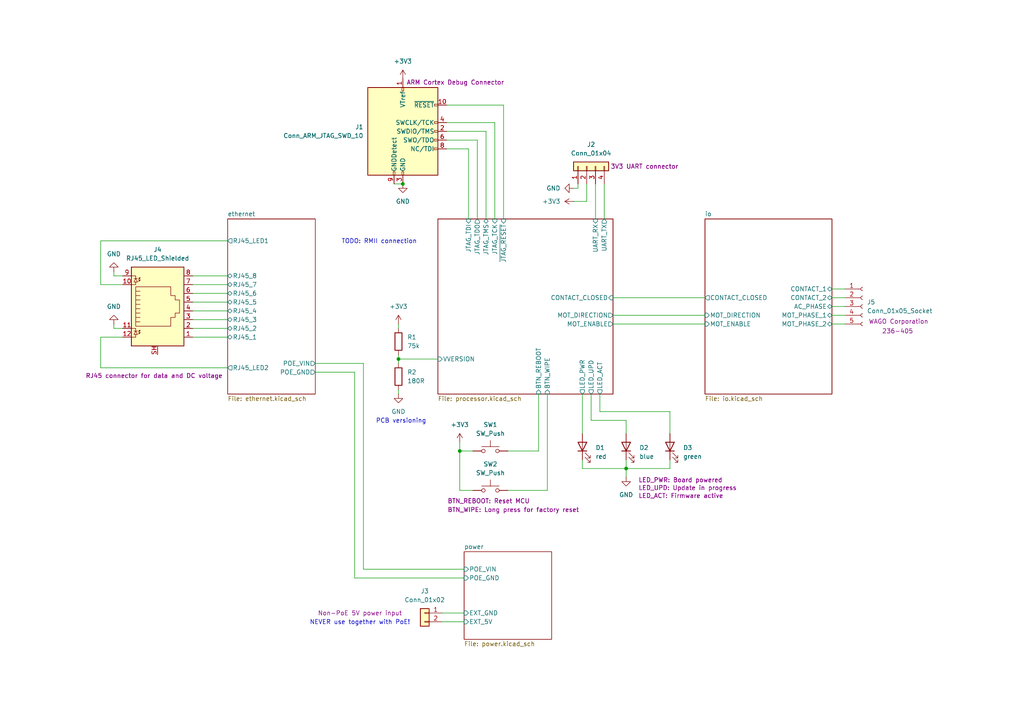
<source format=kicad_sch>
(kicad_sch (version 20250114) (generator "eeschema") (generator_version "9.0")
  (paper "A4")
  (title_block (title "iot-contact"))
  (lib_symbols
    (symbol "Connector:Conn_01x05_Socket" (pin_names (offset 1.016) (hide yes))
      (property "Reference" "J" (at 0 7.62 0))
      (property "Value" "Conn_01x05_Socket" (at 0 -7.62 0))
      (symbol "Conn_01x05_Socket_1_1"
        (polyline (pts (xy -1.27 5.08) (xy -0.508 5.08)) (stroke (width 0.1524)))
        (polyline (pts (xy -1.27 2.54) (xy -0.508 2.54)) (stroke (width 0.1524)))
        (polyline (pts (xy -1.27 0) (xy -0.508 0)) (stroke (width 0.1524)))
        (polyline (pts (xy -1.27 -2.54) (xy -0.508 -2.54)) (stroke (width 0.1524)))
        (polyline (pts (xy -1.27 -5.08) (xy -0.508 -5.08)) (stroke (width 0.1524)))
        (arc (start 0 4.572) (mid -0.5058 5.08) (end 0 5.588) (stroke (width 0.1524)))
        (arc (start 0 2.032) (mid -0.5058 2.54) (end 0 3.048) (stroke (width 0.1524)))
        (arc (start 0 -0.508) (mid -0.5058 0) (end 0 0.508) (stroke (width 0.1524)))
        (arc (start 0 -3.048) (mid -0.5058 -2.54) (end 0 -2.032) (stroke (width 0.1524)))
        (arc (start 0 -5.588) (mid -0.5058 -5.08) (end 0 -4.572) (stroke (width 0.1524)))
        (pin passive line (at -5.08 5.08 0) (length 3.81) (name "Pin_1") (number "1"))
        (pin passive line (at -5.08 2.54 0) (length 3.81) (name "Pin_2") (number "2"))
        (pin passive line (at -5.08 0 0) (length 3.81) (name "Pin_3") (number "3"))
        (pin passive line (at -5.08 -2.54 0) (length 3.81) (name "Pin_4") (number "4"))
        (pin passive line (at -5.08 -5.08 0) (length 3.81) (name "Pin_5") (number "5"))
      )
    )
    (symbol "Connector:Conn_ARM_JTAG_SWD_10" (pin_names (offset 1.016))
      (property "Reference" "J" (at -2.54 16.51 0))
      (property "Value" "Conn_ARM_JTAG_SWD_10" (at -2.54 13.97 0))
      (symbol "Conn_ARM_JTAG_SWD_10_0_1"
        (rectangle (start -10.16 12.7) (end 10.16 -12.7) (stroke (width 0.254)) (fill (type background)))
        (rectangle (start -2.794 -12.7) (end -2.286 -11.684))
        (rectangle (start -0.254 12.7) (end 0.254 11.684))
        (rectangle (start -0.254 -12.7) (end 0.254 -11.684))
        (rectangle (start 9.144 2.286) (end 10.16 2.794))
        (rectangle (start 10.16 7.874) (end 9.144 7.366))
        (rectangle (start 10.16 -0.254) (end 9.144 0.254))
        (rectangle (start 10.16 -2.794) (end 9.144 -2.286))
      )
      (symbol "Conn_ARM_JTAG_SWD_10_1_1"
        (rectangle (start 9.144 -5.334) (end 10.16 -4.826))
        (pin no_connect line (at -10.16 0 0) (length 2.54) (hide yes) (name "KEY") (number "7"))
        (pin passive line (at -2.54 -15.24 90) (length 2.54) (name "GNDDetect") (number "9"))
        (pin power_in line (at 0 15.24 270) (length 2.54) (name "VTref") (number "1"))
        (pin power_in line (at 0 -15.24 90) (length 2.54) (name "GND") (number "3"))
        (pin passive line (at 0 -15.24 90) (length 2.54) (hide yes) (name "GND") (number "5"))
        (pin open_collector line (at 12.7 7.62 180) (length 2.54) (name "~{RESET}") (number "10"))
        (pin output line (at 12.7 2.54 180) (length 2.54) (name "SWCLK/TCK") (number "4"))
        (pin bidirectional line (at 12.7 0 180) (length 2.54) (name "SWDIO/TMS") (number "2"))
        (pin input line (at 12.7 -2.54 180) (length 2.54) (name "SWO/TDO") (number "6"))
        (pin output line (at 12.7 -5.08 180) (length 2.54) (name "NC/TDI") (number "8"))
      )
    )
    (symbol "Connector:RJ45_LED_Shielded" (pin_names (offset 1.016))
      (property "Reference" "J" (at -5.08 13.97 0))
      (property "Value" "RJ45_LED_Shielded" (at 1.27 13.97 0))
      (symbol "RJ45_LED_Shielded_0_1"
        (polyline (pts (xy -7.62 10.16) (xy -6.35 10.16)))
        (polyline (pts (xy -7.62 7.62) (xy -6.35 7.62)))
        (polyline (pts (xy -7.62 -5.08) (xy -6.35 -5.08)))
        (polyline (pts (xy -7.62 -7.62) (xy -6.35 -7.62)))
        (polyline (pts (xy -6.858 9.398) (xy -5.842 9.398)))
        (polyline (pts (xy -6.858 -5.842) (xy -5.842 -5.842)))
        (polyline (pts (xy -6.35 10.16) (xy -6.35 9.398)))
        (polyline (pts (xy -6.35 9.398) (xy -6.858 8.382) (xy -5.842 8.382) (xy -6.35 9.398)))
        (polyline (pts (xy -6.35 7.62) (xy -6.35 8.382)))
        (polyline (pts (xy -6.35 1.905) (xy -5.08 1.905) (xy -5.08 1.905)))
        (polyline (pts (xy -6.35 0.635) (xy -5.08 0.635) (xy -5.08 0.635)))
        (polyline (pts (xy -6.35 -0.635) (xy -5.08 -0.635) (xy -5.08 -0.635)))
        (polyline (pts (xy -6.35 -1.905) (xy -5.08 -1.905) (xy -5.08 -1.905)))
        (polyline (pts (xy -6.35 -3.175) (xy -5.08 -3.175) (xy -5.08 -3.175)))
        (polyline (pts (xy -6.35 -4.445) (xy -6.35 6.985) (xy 3.81 6.985) (xy 3.81 4.445) (xy 5.08 4.445) (xy 5.08 3.175) (xy 6.35 3.175) (xy 6.35 -0.635) (xy 5.08 -0.635) (xy 5.08 -1.905) (xy 3.81 -1.905) (xy 3.81 -4.445) (xy -6.35 -4.445) (xy -6.35 -4.445)))
        (polyline (pts (xy -6.35 -5.08) (xy -6.35 -5.842)))
        (polyline (pts (xy -6.35 -5.842) (xy -6.858 -6.858) (xy -5.842 -6.858) (xy -6.35 -5.842)))
        (polyline (pts (xy -6.35 -7.62) (xy -6.35 -6.858)))
        (polyline (pts (xy -5.588 9.144) (xy -5.08 9.652) (xy -5.461 9.525)))
        (polyline (pts (xy -5.588 8.509) (xy -5.08 9.017) (xy -5.461 8.89)))
        (polyline (pts (xy -5.588 -6.096) (xy -5.08 -5.588) (xy -5.461 -5.715)))
        (polyline (pts (xy -5.588 -6.731) (xy -5.08 -6.223) (xy -5.461 -6.35)))
        (polyline (pts (xy -5.08 9.652) (xy -5.207 9.271)))
        (polyline (pts (xy -5.08 9.017) (xy -5.207 8.636)))
        (polyline (pts (xy -5.08 5.715) (xy -6.35 5.715)))
        (polyline (pts (xy -5.08 4.445) (xy -6.35 4.445)))
        (polyline (pts (xy -5.08 3.175) (xy -6.35 3.175) (xy -6.35 3.175)))
        (polyline (pts (xy -5.08 -5.588) (xy -5.207 -5.969)))
        (polyline (pts (xy -5.08 -6.223) (xy -5.207 -6.604)))
        (rectangle (start 7.62 12.7) (end -7.62 -10.16) (stroke (width 0.254)) (fill (type background)))
      )
      (symbol "RJ45_LED_Shielded_1_1"
        (pin passive line (at -10.16 10.16 0) (length 2.54) (name "~") (number "9"))
        (pin passive line (at -10.16 7.62 0) (length 2.54) (name "~") (number "10"))
        (pin passive line (at -10.16 -5.08 0) (length 2.54) (name "~") (number "11"))
        (pin passive line (at -10.16 -7.62 0) (length 2.54) (name "~") (number "12"))
        (pin passive line (at 0 -12.7 90) (length 2.54) (name "~") (number "SH"))
        (pin passive line (at 10.16 10.16 180) (length 2.54) (name "~") (number "8"))
        (pin passive line (at 10.16 7.62 180) (length 2.54) (name "~") (number "7"))
        (pin passive line (at 10.16 5.08 180) (length 2.54) (name "~") (number "6"))
        (pin passive line (at 10.16 2.54 180) (length 2.54) (name "~") (number "5"))
        (pin passive line (at 10.16 0 180) (length 2.54) (name "~") (number "4"))
        (pin passive line (at 10.16 -2.54 180) (length 2.54) (name "~") (number "3"))
        (pin passive line (at 10.16 -5.08 180) (length 2.54) (name "~") (number "2"))
        (pin passive line (at 10.16 -7.62 180) (length 2.54) (name "~") (number "1"))
      )
    )
    (symbol "Connector_Generic:Conn_01x02" (pin_names (offset 1.016) (hide yes))
      (property "Reference" "J" (at 0 2.54 0))
      (property "Value" "Conn_01x02" (at 0 -5.08 0))
      (symbol "Conn_01x02_1_1"
        (rectangle (start -1.27 1.27) (end 1.27 -3.81) (stroke (width 0.254)) (fill (type background)))
        (rectangle (start -1.27 0.127) (end 0 -0.127) (stroke (width 0.1524)))
        (rectangle (start -1.27 -2.413) (end 0 -2.667) (stroke (width 0.1524)))
        (pin passive line (at -5.08 0 0) (length 3.81) (name "Pin_1") (number "1"))
        (pin passive line (at -5.08 -2.54 0) (length 3.81) (name "Pin_2") (number "2"))
      )
    )
    (symbol "Connector_Generic:Conn_01x04" (pin_names (offset 1.016) (hide yes))
      (property "Reference" "J" (at 0 5.08 0))
      (property "Value" "Conn_01x04" (at 0 -7.62 0))
      (symbol "Conn_01x04_1_1"
        (rectangle (start -1.27 3.81) (end 1.27 -6.35) (stroke (width 0.254)) (fill (type background)))
        (rectangle (start -1.27 2.667) (end 0 2.413) (stroke (width 0.1524)))
        (rectangle (start -1.27 0.127) (end 0 -0.127) (stroke (width 0.1524)))
        (rectangle (start -1.27 -2.413) (end 0 -2.667) (stroke (width 0.1524)))
        (rectangle (start -1.27 -4.953) (end 0 -5.207) (stroke (width 0.1524)))
        (pin passive line (at -5.08 2.54 0) (length 3.81) (name "Pin_1") (number "1"))
        (pin passive line (at -5.08 0 0) (length 3.81) (name "Pin_2") (number "2"))
        (pin passive line (at -5.08 -2.54 0) (length 3.81) (name "Pin_3") (number "3"))
        (pin passive line (at -5.08 -5.08 0) (length 3.81) (name "Pin_4") (number "4"))
      )
    )
    (symbol "Device:LED" (pin_numbers (hide yes)) (pin_names (offset 1.016) (hide yes))
      (property "Reference" "D" (at 0 2.54 0))
      (property "Value" "LED" (at 0 -2.54 0))
      (symbol "LED_0_1"
        (polyline (pts (xy -3.048 -0.762) (xy -4.572 -2.286) (xy -3.81 -2.286) (xy -4.572 -2.286) (xy -4.572 -1.524)))
        (polyline (pts (xy -1.778 -0.762) (xy -3.302 -2.286) (xy -2.54 -2.286) (xy -3.302 -2.286) (xy -3.302 -1.524)))
        (polyline (pts (xy -1.27 0) (xy 1.27 0)))
        (polyline (pts (xy -1.27 -1.27) (xy -1.27 1.27)) (stroke (width 0.254)))
        (polyline (pts (xy 1.27 -1.27) (xy 1.27 1.27) (xy -1.27 0) (xy 1.27 -1.27)) (stroke (width 0.254)))
      )
      (symbol "LED_1_1"
        (pin passive line (at -3.81 0 0) (length 2.54) (name "K") (number "1"))
        (pin passive line (at 3.81 0 180) (length 2.54) (name "A") (number "2"))
      )
    )
    (symbol "Device:R" (pin_numbers (hide yes)) (pin_names (offset 0))
      (property "Reference" "R" (at 2.032 0 90))
      (property "Value" "R" (at 0 0 90))
      (symbol "R_0_1"
        (rectangle (start -1.016 -2.54) (end 1.016 2.54) (stroke (width 0.254)))
      )
      (symbol "R_1_1"
        (pin passive line (at 0 3.81 270) (length 1.27) (name "~") (number "1"))
        (pin passive line (at 0 -3.81 90) (length 1.27) (name "~") (number "2"))
      )
    )
    (symbol "Switch:SW_Push" (pin_numbers (hide yes)) (pin_names (offset 1.016) (hide yes))
      (property "Reference" "SW" (at 1.27 2.54 0))
      (property "Value" "SW_Push" (at 0 -1.524 0))
      (symbol "SW_Push_0_1"
        (circle (center -2.032 0) (radius 0.508))
        (polyline (pts (xy 0 1.27) (xy 0 3.048)))
        (circle (center 2.032 0) (radius 0.508))
        (polyline (pts (xy 2.54 1.27) (xy -2.54 1.27)))
        (pin passive line (at -5.08 0 0) (length 2.54) (name "1") (number "1"))
        (pin passive line (at 5.08 0 180) (length 2.54) (name "2") (number "2"))
      )
    )
    (symbol "power:+3V3" (power) (pin_numbers (hide yes)) (pin_names (offset 0) (hide yes))
      (property "Value" "+3V3" (at 0 3.556 0))
      (symbol "+3V3_0_1"
        (polyline (pts (xy -0.762 1.27) (xy 0 2.54)))
        (polyline (pts (xy 0 2.54) (xy 0.762 1.27)))
        (polyline (pts (xy 0 0) (xy 0 2.54)))
      )
      (symbol "+3V3_1_1"
        (pin power_in line (at 0 0 90) (length 0) (name "~") (number "1"))
      )
    )
    (symbol "power:GND" (power) (pin_numbers (hide yes)) (pin_names (offset 0) (hide yes))
      (property "Value" "GND" (at 0 -3.81 0))
      (symbol "GND_0_1"
        (polyline (pts (xy 0 0) (xy 0 -1.27) (xy 1.27 -1.27) (xy 0 -2.54) (xy -1.27 -1.27) (xy 0 -1.27)))
      )
      (symbol "GND_1_1"
        (pin power_in line (at 0 0 270) (length 0) (name "~") (number "1"))
      )
    )
  )
  (text "NEVER use together with PoE!" (at 104.394 180.594 0) (effects (font (size 1.27 1.27))))
  (text "PCB versioning" (at 116.332 122.174 0) (effects (font (size 1.27 1.27))))
  (text "TODO: RMII connection" (at 109.982 70.104 0) (effects (font (size 1.27 1.27))))
  (junction (at 181.61 135.89))
  (junction (at 133.35 130.81))
  (junction (at 115.57 104.14))
  (junction (at 116.84 53.34))
  (wire (pts (xy 181.61 135.89) (xy 181.61 138.43)))
  (wire (pts (xy 138.43 40.64) (xy 138.43 63.5)))
  (wire (pts (xy 241.3 93.98) (xy 245.11 93.98)))
  (wire (pts (xy 29.21 82.55) (xy 35.56 82.55)))
  (wire (pts (xy 181.61 133.35) (xy 181.61 135.89)))
  (wire (pts (xy 115.57 102.87) (xy 115.57 104.14)))
  (wire (pts (xy 55.88 80.01) (xy 66.04 80.01)))
  (wire (pts (xy 33.02 80.01) (xy 35.56 80.01)))
  (wire (pts (xy 105.41 165.1) (xy 134.62 165.1)))
  (wire (pts (xy 170.18 58.42) (xy 166.37 58.42)))
  (wire (pts (xy 102.87 107.95) (xy 102.87 167.64)))
  (wire (pts (xy 105.41 105.41) (xy 105.41 165.1)))
  (wire (pts (xy 129.54 35.56) (xy 143.51 35.56)))
  (wire (pts (xy 181.61 121.92) (xy 181.61 125.73)))
  (wire (pts (xy 177.8 86.36) (xy 204.47 86.36)))
  (wire (pts (xy 129.54 30.48) (xy 146.05 30.48)))
  (wire (pts (xy 146.05 30.48) (xy 146.05 63.5)))
  (wire (pts (xy 156.21 114.3) (xy 156.21 130.81)))
  (wire (pts (xy 133.35 130.81) (xy 133.35 142.24)))
  (wire (pts (xy 158.75 114.3) (xy 158.75 142.24)))
  (wire (pts (xy 55.88 85.09) (xy 66.04 85.09)))
  (wire (pts (xy 168.91 135.89) (xy 181.61 135.89)))
  (wire (pts (xy 33.02 93.98) (xy 33.02 95.25)))
  (wire (pts (xy 241.3 91.44) (xy 245.11 91.44)))
  (wire (pts (xy 114.3 53.34) (xy 116.84 53.34)))
  (wire (pts (xy 168.91 114.3) (xy 168.91 125.73)))
  (wire (pts (xy 173.99 114.3) (xy 173.99 119.38)))
  (wire (pts (xy 129.54 40.64) (xy 138.43 40.64)))
  (wire (pts (xy 137.16 142.24) (xy 133.35 142.24)))
  (wire (pts (xy 166.37 54.61) (xy 167.64 54.61)))
  (wire (pts (xy 115.57 104.14) (xy 115.57 105.41)))
  (wire (pts (xy 241.3 83.82) (xy 245.11 83.82)))
  (wire (pts (xy 115.57 104.14) (xy 127 104.14)))
  (wire (pts (xy 115.57 113.03) (xy 115.57 114.3)))
  (wire (pts (xy 170.18 53.34) (xy 170.18 58.42)))
  (wire (pts (xy 241.3 86.36) (xy 245.11 86.36)))
  (wire (pts (xy 91.44 107.95) (xy 102.87 107.95)))
  (wire (pts (xy 133.35 130.81) (xy 133.35 128.27)))
  (wire (pts (xy 129.54 43.18) (xy 135.89 43.18)))
  (wire (pts (xy 55.88 82.55) (xy 66.04 82.55)))
  (wire (pts (xy 241.3 88.9) (xy 245.11 88.9)))
  (wire (pts (xy 115.57 93.98) (xy 115.57 95.25)))
  (wire (pts (xy 55.88 97.79) (xy 66.04 97.79)))
  (wire (pts (xy 167.64 54.61) (xy 167.64 53.34)))
  (wire (pts (xy 140.97 38.1) (xy 140.97 63.5)))
  (wire (pts (xy 33.02 78.74) (xy 33.02 80.01)))
  (wire (pts (xy 173.99 119.38) (xy 194.31 119.38)))
  (wire (pts (xy 194.31 119.38) (xy 194.31 125.73)))
  (wire (pts (xy 194.31 133.35) (xy 194.31 135.89)))
  (wire (pts (xy 177.8 91.44) (xy 204.47 91.44)))
  (wire (pts (xy 194.31 135.89) (xy 181.61 135.89)))
  (wire (pts (xy 29.21 97.79) (xy 35.56 97.79)))
  (wire (pts (xy 168.91 133.35) (xy 168.91 135.89)))
  (wire (pts (xy 158.75 142.24) (xy 147.32 142.24)))
  (wire (pts (xy 143.51 35.56) (xy 143.51 63.5)))
  (wire (pts (xy 172.72 53.34) (xy 172.72 63.5)))
  (wire (pts (xy 171.45 114.3) (xy 171.45 121.92)))
  (wire (pts (xy 55.88 87.63) (xy 66.04 87.63)))
  (wire (pts (xy 129.54 38.1) (xy 140.97 38.1)))
  (wire (pts (xy 135.89 43.18) (xy 135.89 63.5)))
  (wire (pts (xy 171.45 121.92) (xy 181.61 121.92)))
  (wire (pts (xy 55.88 95.25) (xy 66.04 95.25)))
  (wire (pts (xy 128.27 177.8) (xy 134.62 177.8)))
  (wire (pts (xy 137.16 130.81) (xy 133.35 130.81)))
  (wire (pts (xy 128.27 180.34) (xy 134.62 180.34)))
  (wire (pts (xy 177.8 93.98) (xy 204.47 93.98)))
  (wire (pts (xy 175.26 53.34) (xy 175.26 63.5)))
  (wire (pts (xy 29.21 69.85) (xy 29.21 82.55)))
  (wire (pts (xy 156.21 130.81) (xy 147.32 130.81)))
  (wire (pts (xy 91.44 105.41) (xy 105.41 105.41)))
  (wire (pts (xy 55.88 90.17) (xy 66.04 90.17)))
  (wire (pts (xy 102.87 167.64) (xy 134.62 167.64)))
  (wire (pts (xy 33.02 95.25) (xy 35.56 95.25)))
  (wire (pts (xy 55.88 92.71) (xy 66.04 92.71)))
  (wire (pts (xy 29.21 106.68) (xy 29.21 97.79)))
  (wire (pts (xy 66.04 69.85) (xy 29.21 69.85)))
  (wire (pts (xy 66.04 106.68) (xy 29.21 106.68)))
  (symbol (lib_id "power:GND") (at 33.02 93.98 180) (unit 1)
    (property "Reference" "#PWR08" (effects (hide yes)))
    (property "Value" "GND" (at 33.02 88.9 0))
    (property "Description" "Power symbol creates a global label with name \"GND\" , ground" (effects (hide yes)))
  )
  (symbol (lib_id "Switch:SW_Push") (at 142.24 130.81 0) (mirror y) (unit 1)
    (property "Reference" "SW1" (at 142.24 123.19 0))
    (property "Value" "SW_Push" (at 142.24 125.73 0))
    (property "Footprint" "Button_Switch_SMD:SW_SPST_TL3305B" (effects (hide yes)))
    (property "Datasheet" "https://www.e-switch.com/wp-content/uploads/2024/08/TL3305.pdf" (effects (hide yes)))
    (property "Description" "BTN_REBOOT: Reset MCU" (at 129.794 145.288 0) (effects (justify right)))
    (property "MPN" "TL3305BF260QG" (effects (hide yes)))
    (property "Manufacturer" "E-Switch" (effects (hide yes)))
  )
  (symbol (lib_id "Connector:RJ45_LED_Shielded") (at 45.72 90.17 0) (unit 1)
    (property "Reference" "J4" (at 45.72 72.39 0))
    (property "Value" "RJ45_LED_Shielded" (at 45.72 74.93 0))
    (property "Footprint" "Connector_RJ:RJ45_BEL_SS74301-00x_Vertical" (effects (hide yes)))
    (property "Datasheet" "https://www.cinch.com/media/datasheets/products/ethernet-usb/ds-stw-2.5g-connectors.pdf" (effects (hide yes)))
    (property "Description" "RJ45 connector for data and DC voltage" (at 44.704 108.966 0))
    (property "MPN" "SS-74301-001" (effects (hide yes)))
    (property "Manufacturer" "Stewart Connector" (effects (hide yes)))
  )
  (symbol (lib_id "Device:R") (at 115.57 109.22 0) (unit 1)
    (property "Reference" "R2" (at 118.11 107.9499 0) (effects (justify left)))
    (property "Value" "180R" (at 118.11 110.4899 0) (effects (justify left)))
    (property "Description" "Resistor" (effects (hide yes)))
  )
  (symbol (lib_id "Switch:SW_Push") (at 142.24 142.24 0) (mirror y) (unit 1)
    (property "Reference" "SW2" (at 142.24 134.62 0))
    (property "Value" "SW_Push" (at 142.24 137.16 0))
    (property "Footprint" "Button_Switch_SMD:SW_SPST_TL3305B" (effects (hide yes)))
    (property "Datasheet" "https://www.e-switch.com/wp-content/uploads/2024/08/TL3305.pdf" (effects (hide yes)))
    (property "Description" "BTN_WIPE: Long press for factory reset" (at 129.794 147.828 0) (effects (justify right)))
    (property "MPN" "TL3305BF260QG" (effects (hide yes)))
    (property "Manufacturer" "E-Switch" (effects (hide yes)))
  )
  (symbol (lib_id "Device:R") (at 115.57 99.06 0) (unit 1)
    (property "Reference" "R1" (at 118.11 97.7899 0) (effects (justify left)))
    (property "Value" "75k" (at 118.11 100.3299 0) (effects (justify left)))
    (property "Description" "Resistor" (effects (hide yes)))
  )
  (symbol (lib_id "Device:LED") (at 181.61 129.54 90) (unit 1)
    (property "Reference" "D2" (at 185.42 129.8574 90) (effects (justify right)))
    (property "Value" "blue" (at 185.42 132.3974 90) (effects (justify right)))
    (property "Footprint" "LED_SMD:LED_1206_3216Metric" (effects (hide yes)))
    (property "Datasheet" "https://s3-us-west-2.amazonaws.com/catsy.557/Dialight_CBI_data_598-1206_Apr2018.pdf" (effects (hide yes)))
    (property "Description" "LED_UPD: Update in progress" (at 185.166 141.478 90) (effects (justify right)))
    (property "MPN" "598-8291-107F" (effects (hide yes)))
    (property "Manufacturer" "Dialight" (effects (hide yes)))
  )
  (symbol (lib_id "Connector_Generic:Conn_01x04") (at 170.18 48.26 90) (unit 1)
    (property "Reference" "J2" (at 171.45 41.91 90))
    (property "Value" "Conn_01x04" (at 171.45 44.45 90))
    (property "Footprint" "Connector_PinHeader_2.54mm:PinHeader_1x04_P2.54mm_Vertical" (effects (hide yes)))
    (property "Description" "3V3 UART connector" (at 186.944 48.26 90))
  )
  (symbol (lib_id "power:+3V3") (at 133.35 128.27 0) (mirror y) (unit 1)
    (property "Reference" "#PWR04" (effects (hide yes)))
    (property "Value" "+3V3" (at 133.35 123.19 0))
    (property "Description" "Power symbol creates a global label with name \"+3V3\"" (effects (hide yes)))
  )
  (symbol (lib_id "Connector:Conn_ARM_JTAG_SWD_10") (at 116.84 38.1 0) (unit 1)
    (property "Reference" "J1" (at 105.41 36.8299 0) (effects (justify right)))
    (property "Value" "Conn_ARM_JTAG_SWD_10" (at 105.41 39.3699 0) (effects (justify right)))
    (property "Datasheet" "https://mm.digikey.com/Volume0/opasdata/d220001/medias/docus/6209/ftsh-1xx-xx-xxx-dv-xxx-xxx-x-xx-mkt.pdf" (effects (hide yes)))
    (property "Description" "ARM Cortex Debug Connector" (at 132.08 23.876 0))
    (property "MPN" "FTSH-105-01-L-DV-007-K-TR" (effects (hide yes)))
    (property "Manufacturer" "samtec" (effects (hide yes)))
  )
  (symbol (lib_id "Connector_Generic:Conn_01x02") (at 123.19 177.8 0) (mirror y) (unit 1)
    (property "Reference" "J3" (at 123.19 171.45 0))
    (property "Value" "Conn_01x02" (at 123.19 173.99 0))
    (property "Footprint" "Connector_PinHeader_2.54mm:PinHeader_1x02_P2.54mm_Vertical" (effects (hide yes)))
    (property "Description" "Non-PoE 5V power input" (at 104.394 177.8 0))
  )
  (symbol (lib_id "Connector:Conn_01x05_Socket") (at 250.19 88.9 0) (unit 1)
    (property "Reference" "J5" (at 251.46 87.6299 0) (effects (justify left)))
    (property "Value" "Conn_01x05_Socket" (at 251.46 90.1699 0) (effects (justify left)))
    (property "Footprint" "TerminalBlock_WAGO:TerminalBlock_WAGO_236-405_1x05_P5.00mm_45Degree" (effects (hide yes)))
    (property "Description" "Generic connector, single row, 01x05, script generated" (effects (hide yes)))
    (property "MPN" "236-405" (at 260.35 96.012 0))
    (property "Manufacturer" "WAGO Corporation" (at 260.604 93.218 0))
  )
  (symbol (lib_id "power:+3V3") (at 166.37 58.42 90) (unit 1)
    (property "Reference" "#PWR06" (effects (hide yes)))
    (property "Value" "+3V3" (at 162.56 58.4199 90) (effects (justify left)))
    (property "Description" "Power symbol creates a global label with name \"+3V3\"" (effects (hide yes)))
  )
  (symbol (lib_id "Device:LED") (at 194.31 129.54 90) (unit 1)
    (property "Reference" "D3" (at 198.12 129.8574 90) (effects (justify right)))
    (property "Value" "green" (at 198.12 132.3974 90) (effects (justify right)))
    (property "Footprint" "LED_SMD:LED_1206_3216Metric" (effects (hide yes)))
    (property "Datasheet" "https://s3-us-west-2.amazonaws.com/catsy.557/Dialight_CBI_data_598-1206_Apr2018.pdf" (effects (hide yes)))
    (property "Description" "LED_ACT: Firmware active" (at 185.166 143.764 90) (effects (justify right)))
    (property "MPN" "598-8270-107F" (effects (hide yes)))
    (property "Manufacturer" "Dialight" (effects (hide yes)))
  )
  (symbol (lib_id "power:GND") (at 116.84 53.34 0) (unit 1)
    (property "Reference" "#PWR02" (effects (hide yes)))
    (property "Value" "GND" (at 116.84 58.42 0))
    (property "Description" "Power symbol creates a global label with name \"GND\" , ground" (effects (hide yes)))
  )
  (symbol (lib_id "power:+3V3") (at 115.57 93.98 0) (unit 1)
    (property "Reference" "#PWR09" (effects (hide yes)))
    (property "Value" "+3V3" (at 115.57 88.9 0))
    (property "Description" "Power symbol creates a global label with name \"+3V3\"" (effects (hide yes)))
  )
  (symbol (lib_id "power:GND") (at 181.61 138.43 0) (unit 1)
    (property "Reference" "#PWR03" (effects (hide yes)))
    (property "Value" "GND" (at 181.61 143.51 0))
    (property "Description" "Power symbol creates a global label with name \"GND\" , ground" (effects (hide yes)))
  )
  (symbol (lib_id "power:GND") (at 166.37 54.61 270) (unit 1)
    (property "Reference" "#PWR05" (effects (hide yes)))
    (property "Value" "GND" (at 162.56 54.6099 90) (effects (justify right)))
    (property "Description" "Power symbol creates a global label with name \"GND\" , ground" (effects (hide yes)))
  )
  (symbol (lib_id "power:GND") (at 115.57 114.3 0) (unit 1)
    (property "Reference" "#PWR010" (effects (hide yes)))
    (property "Value" "GND" (at 115.57 119.38 0))
    (property "Description" "Power symbol creates a global label with name \"GND\" , ground" (effects (hide yes)))
  )
  (symbol (lib_id "power:+3V3") (at 116.84 22.86 0) (unit 1)
    (property "Reference" "#PWR01" (effects (hide yes)))
    (property "Value" "+3V3" (at 116.84 17.78 0))
    (property "Description" "Power symbol creates a global label with name \"+3V3\"" (effects (hide yes)))
  )
  (symbol (lib_id "Device:LED") (at 168.91 129.54 90) (unit 1)
    (property "Reference" "D1" (at 172.72 129.8574 90) (effects (justify right)))
    (property "Value" "red" (at 172.72 132.3974 90) (effects (justify right)))
    (property "Footprint" "LED_SMD:LED_1206_3216Metric" (effects (hide yes)))
    (property "Datasheet" "https://s3-us-west-2.amazonaws.com/catsy.557/Dialight_CBI_data_598-1206_Apr2018.pdf" (effects (hide yes)))
    (property "Description" "LED_PWR: Board powered" (at 185.166 139.192 90) (effects (justify right)))
    (property "MPN" "598-8210-107F" (effects (hide yes)))
    (property "Manufacturer" "Dialight" (effects (hide yes)))
  )
  (symbol (lib_id "power:GND") (at 33.02 78.74 180) (unit 1)
    (property "Reference" "#PWR07" (effects (hide yes)))
    (property "Value" "GND" (at 33.02 73.66 0))
    (property "Description" "Power symbol creates a global label with name \"GND\" , ground" (effects (hide yes)))
  )
  (sheet (at 66.04 63.5) (size 25.4 50.8) (stroke (width 0.1524))
    (property "Sheetname" "ethernet" (at 66.04 62.7884 0) (effects (justify left bottom)))
    (property "Sheetfile" "ethernet.kicad_sch" (at 66.04 114.8846 0) (effects (justify left top)))
    (pin "RJ45_1" bidirectional (at 66.04 97.79 180))
    (pin "RJ45_2" bidirectional (at 66.04 95.25 180))
    (pin "RJ45_3" bidirectional (at 66.04 92.71 180))
    (pin "RJ45_4" bidirectional (at 66.04 90.17 180))
    (pin "RJ45_5" bidirectional (at 66.04 87.63 180))
    (pin "RJ45_6" bidirectional (at 66.04 85.09 180))
    (pin "RJ45_7" bidirectional (at 66.04 82.55 180))
    (pin "RJ45_8" bidirectional (at 66.04 80.01 180))
    (pin "RJ45_LED1" output (at 66.04 69.85 180))
    (pin "RJ45_LED2" output (at 66.04 106.68 180))
    (pin "POE_GND" output (at 91.44 107.95 0))
    (pin "POE_VIN" output (at 91.44 105.41 0))
  )
  (sheet (at 204.47 63.5) (size 36.83 50.8) (stroke (width 0.1524))
    (property "Sheetname" "io" (at 204.47 62.7884 0) (effects (justify left bottom)))
    (property "Sheetfile" "io.kicad_sch" (at 204.47 114.8846 0) (effects (justify left top)))
    (pin "AC_PHASE" bidirectional (at 241.3 88.9 0))
    (pin "MOT_PHASE_1" bidirectional (at 241.3 91.44 0))
    (pin "MOT_PHASE_2" bidirectional (at 241.3 93.98 0))
    (pin "CONTACT_1" bidirectional (at 241.3 83.82 0))
    (pin "CONTACT_2" bidirectional (at 241.3 86.36 0))
    (pin "MOT_DIRECTION" input (at 204.47 91.44 180))
    (pin "MOT_ENABLE" input (at 204.47 93.98 180))
    (pin "CONTACT_CLOSED" output (at 204.47 86.36 180))
  )
  (sheet (at 127 63.5) (size 50.8 50.8) (stroke (width 0.1524))
    (property "Sheetname" "processor" (effects (hide yes)))
    (property "Sheetfile" "processor.kicad_sch" (at 127 114.8846 0) (effects (justify left top)))
    (pin "JTAG_TDI" input (at 135.89 63.5 90))
    (pin "JTAG_TDO" output (at 138.43 63.5 90))
    (pin "~{JTAG_RESET}" input (at 146.05 63.5 90))
    (pin "JTAG_TMS" bidirectional (at 140.97 63.5 90))
    (pin "JTAG_TCK" input (at 143.51 63.5 90))
    (pin "UART_RX" input (at 172.72 63.5 90))
    (pin "UART_TX" output (at 175.26 63.5 90))
    (pin "LED_UPD" output (at 171.45 114.3 270))
    (pin "LED_PWR" output (at 168.91 114.3 270))
    (pin "BTN_REBOOT" input (at 156.21 114.3 270))
    (pin "BTN_WIPE" input (at 158.75 114.3 270))
    (pin "LED_ACT" output (at 173.99 114.3 270))
    (pin "MOT_DIRECTION" output (at 177.8 91.44 0))
    (pin "MOT_ENABLE" output (at 177.8 93.98 0))
    (pin "CONTACT_CLOSED" input (at 177.8 86.36 0))
    (pin "VVERSION" input (at 127 104.14 180))
  )
  (sheet (at 134.62 160.02) (size 25.4 25.4) (stroke (width 0.1524))
    (property "Sheetname" "power" (at 134.62 159.3084 0) (effects (justify left bottom)))
    (property "Sheetfile" "power.kicad_sch" (at 134.62 186.0046 0) (effects (justify left top)))
    (pin "EXT_5V" input (at 134.62 180.34 180))
    (pin "EXT_GND" input (at 134.62 177.8 180))
    (pin "POE_VIN" input (at 134.62 165.1 180))
    (pin "POE_GND" input (at 134.62 167.64 180))
  )
)
</source>
